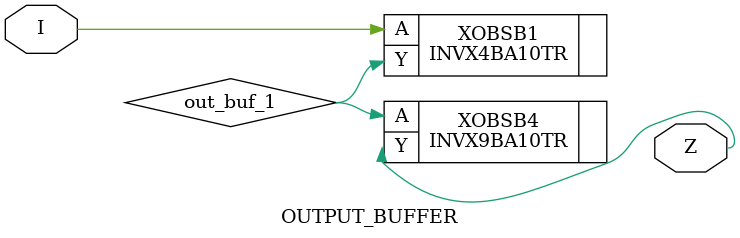
<source format=v>

module MAL_TOP(
//JTAG
	dig_out0_tdo_pad_o, 
	dig_in0_tms_pad_i, 
	dig_in1_tck_pad_i, 
	dig_in2_tdi_pad_i, 
//	dig_out4_jtag_gnd, 
//	dig_out5_jtag_vdd,

//SCAN
    dig_in3_scan_phi,
    dig_in4_scan_phi_bar,
    dig_in5_scan_data_in,
    dig_out1_scan_data_out,
    dig_in6_scan_load_chip,
    dig_in7_scan_load_chain,

//CLK_DIVIDER
//    dig_out2_RO,
    dig_out3_div_clk,
    dig_out4_sr_out,
//    dig_in8_rst_n
//from_scan_chip_rst_n
);

output	dig_out0_tdo_pad_o; 
input	dig_in0_tms_pad_i;
input	dig_in1_tck_pad_i; 
input	dig_in2_tdi_pad_i; 
//output	dig_out4_jtag_gnd; 
//output	dig_out5_jtag_vdd;

//SCAN
input    dig_in3_scan_phi;
input    dig_in4_scan_phi_bar;
input    dig_in5_scan_data_in;
output    dig_out1_scan_data_out;
input    dig_in6_scan_load_chip;
input    dig_in7_scan_load_chain;

//CLK_DIVIDER
//output    dig_out2_RO;
output    dig_out3_div_clk;

output	  dig_out4_sr_out;

//input	  from_scan_chip_rst_n;

wire  [1-1:0]  from_scan_RO_EN;
wire  [1-1:0]  from_scan_RO_CG_EN;
wire  [5-1:0]  from_scan_RO_SEL;
wire  [1-1:0]  scan_mem_sel;
wire  [1-1:0]  mem_use_scan;
wire  [1-1:0]  mem_trigger;
wire  [1-1:0]  mem_scan_reset_n;
wire  [15-1:0]  scan_addr;
wire  [32-1:0]  scan_d;
wire  [32-1:0]  scan_q;
wire  [1-1:0]  scan_wen_n;
wire  [1-1:0]  scan_cen_n;
wire  [3-1:0]  scan_EMA;
wire  [17-1:0]  sr;
wire  [32-1:0]  ex_insn;
wire  [32-1:0]  ex_pc;
wire  [1-1:0]  scan_reset;
wire		from_scan_chip_rst_n;
wire TO_PAD_sr_out;
wire TO_PAD_sr_out1;
reg TO_PAD_test_delay;


wire 	test_out0;
wire 	test_out1; 
wire	test_out2; 
wire[2:0] from_scan_test_en;
wire[1:0] from_scan_test_s0;
wire[1:0] from_scan_test_s1; 
wire[1:0] from_scan_test_s2; 
wire 	ana_test_bias;
wire[1:0] from_scan_test_en0;
wire[1:0] from_scan_test_en1; 
wire[1:0] from_scan_test_en2; 
wire	  from_scan_test_in0; 
wire	  from_scan_test_in0_metal; 
wire[1:0] from_scan_test_in1;
wire[1:0] from_scan_test_in2;

wire[6:0] from_scan_test1_duty;
wire[6:0] from_scan_test1_total;
wire[6:0] to_scan_test1_count;
wire	  from_scan_test1_rst_n;
wire	  from_scan_test1_sel;

orpsoc_top orpsoc( 
    TO_PAD_tdo_pad_o, FROM_PAD_tms_pad_i, FROM_PAD_tck_pad_i, FROM_PAD_tdi_pad_i, TO_PAD_jtag_gnd, TO_PAD_jtag_vdd,
  
    sys_clk_in_p, //sys_clk_in_n,

    from_scan_chip_rst_n,

    scan_mem_sel, mem_use_scan, mem_trigger, mem_scan_reset_n,
    scan_addr, scan_d, scan_wen_n, scan_cen_n,scan_q, scan_EMA, clk_scan, TO_PAD_sr_out, sr, ex_insn, ex_pc);


scan scan0 (
              // Inputs & outputs to the chip
	.from_scan_test_en(from_scan_test_en),
	.from_scan_test_s0(from_scan_test_s0),
	.from_scan_test_s1(from_scan_test_s1),
	.from_scan_test_s2(from_scan_test_s2),
	.from_scan_test_en0(from_scan_test_en0),
	.from_scan_test_en1(from_scan_test_en1),
	.from_scan_test_en2(from_scan_test_en2),
	.from_scan_test_in0(from_scan_test_in0),
	.from_scan_test_in1(from_scan_test_in1),
	.from_scan_test_in2(from_scan_test_in2),
        .from_scan_test1_duty(from_scan_test1_duty),
        .from_scan_test1_total(from_scan_test1_total),
        .from_scan_test1_rst_n(from_scan_test1_rst_n),
        .from_scan_test1_sel(from_scan_test1_sel),
        .to_scan_test1_count(to_scan_test1_count),
	.from_scan_div_sel(from_scan_div_sel),
	.from_scan_RO_EN(from_scan_RO_EN),
	.from_scan_RO_CG_EN(from_scan_RO_CG_EN),
	.from_scan_RO_SEL(from_scan_RO_SEL),
	.from_scan_chip_rst_n(from_scan_chip_rst_n),
	.scan_mem_sel(scan_mem_sel),
	.mem_use_scan(mem_use_scan),
	.mem_trigger(mem_trigger),
	.mem_scan_reset_n(mem_scan_reset_n),
	.scan_addr(scan_addr),
	.scan_d(scan_d),
	.scan_q(scan_q),
	.scan_wen_n(scan_wen_n),
	.scan_cen_n(scan_cen_n),
	.scan_EMA(scan_EMA),
	.sr(sr),
	.ex_insn(ex_insn),
	.ex_pc(ex_pc),
	.scan_reset(scan_reset),
	                
	// To the pads
	.scan_phi(FROM_PAD_scan_phi),
	.scan_phi_bar(FROM_PAD_scan_phi_bar),
	.scan_data_in(FROM_PAD_scan_data_in),
	.scan_data_out(TO_PAD_scan_data_out),
	.scan_load_chip(FROM_PAD_scan_load_chip),
	.scan_load_chain(FROM_PAD_scan_load_chain)  );


RO_Whole clk_gen0 (
	.OUT(clk_scan), 
	.OUT_CG(sys_clk_in_p),
	.OUT_DIV(TO_PAD_RO), 
	.EN(from_scan_RO_EN), 
	.CGEN(from_scan_RO_CG_EN), 
	.S(from_scan_RO_SEL));


//Testing_structure test0 ();
Delay_Meas_ALL test_structure(
.OUT0(test_out0),
.OUT1(test_out1), 
.OUT2(test_out2), 
.EN(from_scan_test_en),
.S0(from_scan_test_s0),
.S1(from_scan_test_s1), 
.S2(from_scan_test_s2), 
.Stress_Bias(ana_test_bias), 
.Stress_EN0(from_scan_test_en0),
.Stress_EN1(from_scan_test_en1), 
.Stress_EN2(from_scan_test_en2), 
.Stress_IN0(from_scan_test_in0), 
.Stress_IN0_metal(clk_scan), 
.Stress_IN1(from_scan_test_in1), 
.Stress_IN2(from_scan_test_in2)
);


PG test1( 
.clk(clk_scan), 
.rst_n(from_scan_test1_rst_n), 
.duty(from_scan_test1_duty), 
.total(from_scan_test1_total), 
.sel(from_scan_test1_sel), 
.count_pattern(to_scan_test1_count)
);


OUTPUT_BUFFER outbuffer1 (.I(TO_PAD_scan_data_out), .Z(TO_PAD_scan_data_out1));
OUTPUT_BUFFER outbuffer2 (.I(TO_PAD_sr_out), .Z(TO_PAD_sr_out1));
OUTPUT_BUFFER outbuffer3 (.I(TO_PAD_div_clk), .Z(TO_PAD_div_clk1));

always @ (*)
case (from_scan_test_en)
3'b001: TO_PAD_test_delay = test_out0;
3'b010: TO_PAD_test_delay = test_out1;
3'b100: TO_PAD_test_delay = test_out2;
default: TO_PAD_test_delay = test_out0;
endcase

assign TO_PAD_div_clk=from_scan_div_sel?TO_PAD_test_delay:TO_PAD_RO;


PDUW0812SCDG PAD_u0_digin  (.C(FROM_PAD_tms_pad_i), .PAD(dig_in0_tms_pad_i), .DS(1'b1), .OEN(1'b1), .I(), .PE(1'b0), .IE(1'b1));
PDUW0812SCDG PAD_u1_digin  (.C(FROM_PAD_tck_pad_i), .PAD(dig_in1_tck_pad_i), .DS(1'b1), .OEN(1'b1), .I(), .PE(1'b0), .IE(1'b1));
PDUW0812SCDG PAD_u2_digin  (.C(FROM_PAD_tdi_pad_i), .PAD(dig_in2_tdi_pad_i), .DS(1'b1), .OEN(1'b1), .I(), .PE(1'b0), .IE(1'b1));
PDUW0812SCDG PAD_u3_digin  (.C(FROM_PAD_scan_phi), .PAD(dig_in3_scan_phi), .DS(1'b1), .OEN(1'b1), .I(), .PE(1'b0), .IE(1'b1));
PDUW0812SCDG PAD_u4_digin  (.C(FROM_PAD_scan_phi_bar), .PAD(dig_in4_scan_phi_bar), .DS(1'b1), .OEN(1'b1), .I(), .PE(1'b0), .IE(1'b1));
PDUW0812SCDG PAD_u5_digin  (.C(FROM_PAD_scan_data_in), .PAD(dig_in5_scan_data_in), .DS(1'b1), .OEN(1'b1), .I(), .PE(1'b0), .IE(1'b1));
PDUW0812SCDG PAD_u6_digin  (.C(FROM_PAD_scan_load_chip), .PAD(dig_in6_scan_load_chip), .DS(1'b1), .OEN(1'b1), .I(), .PE(1'b0), .IE(1'b1));
PDUW0812SCDG PAD_u7_digin  (.C(FROM_PAD_scan_load_chain), .PAD(dig_in7_scan_load_chain), .DS(1'b1), .OEN(1'b1), .I(), .PE(1'b0), .IE(1'b1));

//PDUW0812SCDG PAD_u1_digin[4:0]  (.C(FROM_PAD_SEL), .PAD(dig_in1_SEL), .DS(1'b1), .OEN(1'b1), .I(), .PE(1'b0), .IE(1'b1));
//PDUW0812SCDG PAD_u2_digin[2:0]  (.C(FROM_PAD_lfsr_SEL), .PAD(dig_in2_lfsr_SEL), .DS(1'b1), .OEN(1'b1), .I(), .PE(1'b0), .IE(1'b1));
//PDUW0812SCDG PAD_u3_digin  (.C(FROM_PAD_always), .PAD(dig_in3_always), .DS(1'b1), .OEN(1'b1), .I(), .PE(1'b0), .IE(1'b1));

PDUW0812SCDG PAD_u0_digout  (.C(), .PAD(dig_out0_tdo_pad_o), .DS(1'b1), .OEN(1'b0), .I(TO_PAD_tdo_pad_o), .PE(1'b0), .IE(1'b0));
PDUW0812SCDG PAD_u1_digout  (.C(), .PAD(dig_out1_scan_data_out), .DS(1'b1), .OEN(1'b0), .I(TO_PAD_scan_data_out1), .PE(1'b0), .IE(1'b0));
//PDUW0812SCDG PAD_u2_digout  (.C(), .PAD(dig_out2_RO), .DS(1'b1), .OEN(1'b0), .I(TO_PAD_RO), .PE(1'b0), .IE(1'b0));
PDUW0812SCDG PAD_u3_digout  (.C(), .PAD(dig_out3_div_clk), .DS(1'b1), .OEN(1'b0), .I(TO_PAD_div_clk1), .PE(1'b0), .IE(1'b0));
PDUW0812SCDG PAD_u4_digout  (.C(), .PAD(dig_out4_sr_out), .DS(1'b1), .OEN(1'b0), .I(TO_PAD_sr_out1), .PE(1'b0), .IE(1'b0));

PVDD1CDG PAD_POWER_VDD1 ();
PVSS1CDG PAD_POWER_VSS1 ();
PVDD2ANA PAD_POWER_VDD2 ();
PVSS2ANA PAD_POWER_AVSS ();
PVDD2ANA PAD_POWER_AVDD ();
PVDD2ANA PAD_ANA1 (.AVDD(ana_test_bias));

PVDD2POC PAD_POWER_DVDD1 ();
PVSS2CDG PAD_POWER_DVSS1 ();

endmodule


module OUTPUT_BUFFER (I, Z);
input I;
output Z;

INVX4BA10TR   XOBSB1 (.A(I), .Y(out_buf_1) );
INVX9BA10TR   XOBSB4 (.A(out_buf_1), .Y(Z) );
endmodule




</source>
